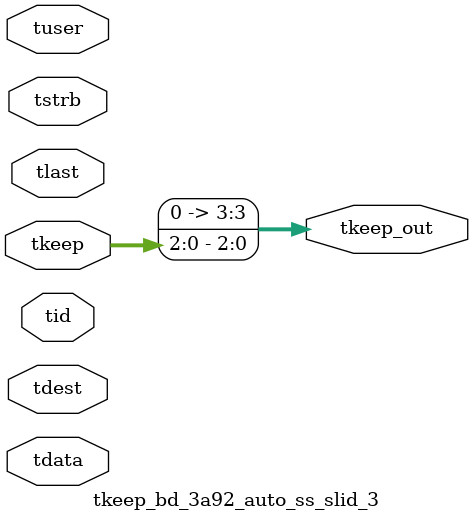
<source format=v>


`timescale 1ps/1ps

module tkeep_bd_3a92_auto_ss_slid_3 #
(
parameter C_S_AXIS_TDATA_WIDTH = 32,
parameter C_S_AXIS_TUSER_WIDTH = 0,
parameter C_S_AXIS_TID_WIDTH   = 0,
parameter C_S_AXIS_TDEST_WIDTH = 0,
parameter C_M_AXIS_TDATA_WIDTH = 32
)
(
input  [(C_S_AXIS_TDATA_WIDTH == 0 ? 1 : C_S_AXIS_TDATA_WIDTH)-1:0     ] tdata,
input  [(C_S_AXIS_TUSER_WIDTH == 0 ? 1 : C_S_AXIS_TUSER_WIDTH)-1:0     ] tuser,
input  [(C_S_AXIS_TID_WIDTH   == 0 ? 1 : C_S_AXIS_TID_WIDTH)-1:0       ] tid,
input  [(C_S_AXIS_TDEST_WIDTH == 0 ? 1 : C_S_AXIS_TDEST_WIDTH)-1:0     ] tdest,
input  [(C_S_AXIS_TDATA_WIDTH/8)-1:0 ] tkeep,
input  [(C_S_AXIS_TDATA_WIDTH/8)-1:0 ] tstrb,
input                                                                    tlast,
output [(C_M_AXIS_TDATA_WIDTH/8)-1:0 ] tkeep_out
);

assign tkeep_out = {tkeep[2:0]};

endmodule


</source>
